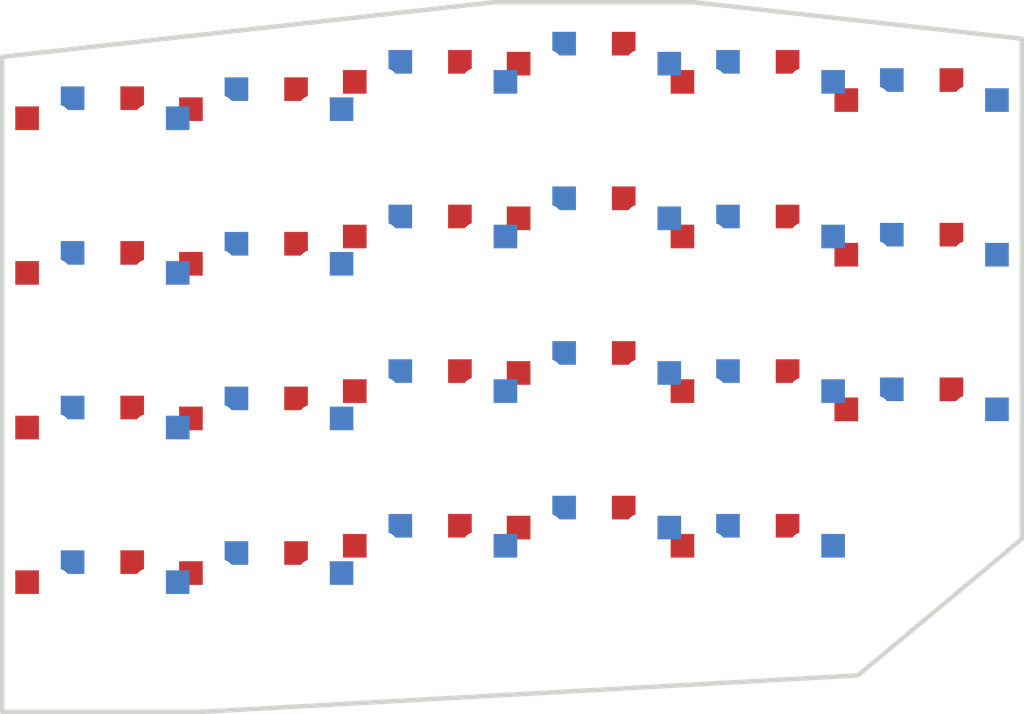
<source format=kicad_pcb>
(kicad_pcb (version 20211014) (generator pcbnew)
  (title_block (comment 1 "Generated with <keyboard-generator>!"))
  (layers (0 "F.Cu" signal) (31 "B.Cu" signal) (34 "B.Paste" user) (35 "F.Paste" user) (36 "B.SilkS" user "B.Silkscreen") (37 "F.SilkS" user "F.Silkscreen") (38 "B.Mask" user) (39 "F.Mask" user) (44 "Edge.Cuts" user))
  (net 0 "")
  (net 1 "column_net")
  (net 2 "GND")
  (footprint "PG1350" (layer "F.Cu") (at 18 22)
    (pad "" np_thru_hole circle locked (at 0 0) (size 3.429 3.429) (drill 3.429) (layers *.Cu *.Mask))
    (pad "" np_thru_hole circle locked (at 0 -5.95) (size 3 3) (drill 3) (layers *.Cu *.Mask))
    (pad "" np_thru_hole circle locked (at -5 -3.75) (size 3 3) (drill 3) (layers *.Cu *.Mask))
    (pad "" np_thru_hole circle locked (at 5.5 0) (size 1.7018 1.7018) (drill 1.7018) (layers *.Cu *.Mask))
    (pad "" np_thru_hole circle locked (at -5.5 0) (size 1.7018 1.7018) (drill 1.7018) (layers *.Cu *.Mask))
    (pad "" np_thru_hole circle locked (at 5 -3.75) (size 3 3) (drill 3) (layers *.Cu *.Mask))
    (pad "" np_thru_hole circle locked (at 0 -5.95) (size 3 3) (drill 3) (layers *.Cu *.Mask))
    (pad "1" smd rect locked (at -3.275 -5.95) (size 2.6 2.6) (layers "B.Cu" "B.Paste" "B.Mask") (net 1 "column_net"))
    (pad "1" smd rect locked (at 3.275 -5.95) (size 2.6 2.6) (layers "F.Cu" "F.Paste" "F.Mask") (net 1 "column_net"))
    (pad "2" smd rect locked (at -8.275 -3.75) (size 2.6 2.6) (layers "F.Cu" "F.Paste" "F.Mask") (net 2 "GND"))
    (pad "2" smd rect locked (at 8.275 -3.75) (size 2.6 2.6) (layers "B.Cu" "B.Paste" "B.Mask") (net 2 "GND"))
  )
  (footprint "PG1350" (layer "F.Cu") (at 18 39)
    (pad "" np_thru_hole circle locked (at 0 0) (size 3.429 3.429) (drill 3.429) (layers *.Cu *.Mask))
    (pad "" np_thru_hole circle locked (at 0 -5.95) (size 3 3) (drill 3) (layers *.Cu *.Mask))
    (pad "" np_thru_hole circle locked (at -5 -3.75) (size 3 3) (drill 3) (layers *.Cu *.Mask))
    (pad "" np_thru_hole circle locked (at 5.5 0) (size 1.7018 1.7018) (drill 1.7018) (layers *.Cu *.Mask))
    (pad "" np_thru_hole circle locked (at -5.5 0) (size 1.7018 1.7018) (drill 1.7018) (layers *.Cu *.Mask))
    (pad "" np_thru_hole circle locked (at 5 -3.75) (size 3 3) (drill 3) (layers *.Cu *.Mask))
    (pad "" np_thru_hole circle locked (at 0 -5.95) (size 3 3) (drill 3) (layers *.Cu *.Mask))
    (pad "1" smd rect locked (at -3.275 -5.95) (size 2.6 2.6) (layers "B.Cu" "B.Paste" "B.Mask") (net 1 "column_net"))
    (pad "1" smd rect locked (at 3.275 -5.95) (size 2.6 2.6) (layers "F.Cu" "F.Paste" "F.Mask") (net 1 "column_net"))
    (pad "2" smd rect locked (at -8.275 -3.75) (size 2.6 2.6) (layers "F.Cu" "F.Paste" "F.Mask") (net 2 "GND"))
    (pad "2" smd rect locked (at 8.275 -3.75) (size 2.6 2.6) (layers "B.Cu" "B.Paste" "B.Mask") (net 2 "GND"))
  )
  (footprint "PG1350" (layer "F.Cu") (at 18 56)
    (pad "" np_thru_hole circle locked (at 0 0) (size 3.429 3.429) (drill 3.429) (layers *.Cu *.Mask))
    (pad "" np_thru_hole circle locked (at 0 -5.95) (size 3 3) (drill 3) (layers *.Cu *.Mask))
    (pad "" np_thru_hole circle locked (at -5 -3.75) (size 3 3) (drill 3) (layers *.Cu *.Mask))
    (pad "" np_thru_hole circle locked (at 5.5 0) (size 1.7018 1.7018) (drill 1.7018) (layers *.Cu *.Mask))
    (pad "" np_thru_hole circle locked (at -5.5 0) (size 1.7018 1.7018) (drill 1.7018) (layers *.Cu *.Mask))
    (pad "" np_thru_hole circle locked (at 5 -3.75) (size 3 3) (drill 3) (layers *.Cu *.Mask))
    (pad "" np_thru_hole circle locked (at 0 -5.95) (size 3 3) (drill 3) (layers *.Cu *.Mask))
    (pad "1" smd rect locked (at -3.275 -5.95) (size 2.6 2.6) (layers "B.Cu" "B.Paste" "B.Mask") (net 1 "column_net"))
    (pad "1" smd rect locked (at 3.275 -5.95) (size 2.6 2.6) (layers "F.Cu" "F.Paste" "F.Mask") (net 1 "column_net"))
    (pad "2" smd rect locked (at -8.275 -3.75) (size 2.6 2.6) (layers "F.Cu" "F.Paste" "F.Mask") (net 2 "GND"))
    (pad "2" smd rect locked (at 8.275 -3.75) (size 2.6 2.6) (layers "B.Cu" "B.Paste" "B.Mask") (net 2 "GND"))
  )
  (footprint "PG1350" (layer "F.Cu") (at 18 73)
    (pad "" np_thru_hole circle locked (at 0 0) (size 3.429 3.429) (drill 3.429) (layers *.Cu *.Mask))
    (pad "" np_thru_hole circle locked (at 0 -5.95) (size 3 3) (drill 3) (layers *.Cu *.Mask))
    (pad "" np_thru_hole circle locked (at -5 -3.75) (size 3 3) (drill 3) (layers *.Cu *.Mask))
    (pad "" np_thru_hole circle locked (at 5.5 0) (size 1.7018 1.7018) (drill 1.7018) (layers *.Cu *.Mask))
    (pad "" np_thru_hole circle locked (at -5.5 0) (size 1.7018 1.7018) (drill 1.7018) (layers *.Cu *.Mask))
    (pad "" np_thru_hole circle locked (at 5 -3.75) (size 3 3) (drill 3) (layers *.Cu *.Mask))
    (pad "" np_thru_hole circle locked (at 0 -5.95) (size 3 3) (drill 3) (layers *.Cu *.Mask))
    (pad "1" smd rect locked (at -3.275 -5.95) (size 2.6 2.6) (layers "B.Cu" "B.Paste" "B.Mask") (net 1 "column_net"))
    (pad "1" smd rect locked (at 3.275 -5.95) (size 2.6 2.6) (layers "F.Cu" "F.Paste" "F.Mask") (net 1 "column_net"))
    (pad "2" smd rect locked (at -8.275 -3.75) (size 2.6 2.6) (layers "F.Cu" "F.Paste" "F.Mask") (net 2 "GND"))
    (pad "2" smd rect locked (at 8.275 -3.75) (size 2.6 2.6) (layers "B.Cu" "B.Paste" "B.Mask") (net 2 "GND"))
  )
  (footprint "PG1350" (layer "F.Cu") (at 36 21)
    (pad "" np_thru_hole circle locked (at 0 0) (size 3.429 3.429) (drill 3.429) (layers *.Cu *.Mask))
    (pad "" np_thru_hole circle locked (at 0 -5.95) (size 3 3) (drill 3) (layers *.Cu *.Mask))
    (pad "" np_thru_hole circle locked (at -5 -3.75) (size 3 3) (drill 3) (layers *.Cu *.Mask))
    (pad "" np_thru_hole circle locked (at 5.5 0) (size 1.7018 1.7018) (drill 1.7018) (layers *.Cu *.Mask))
    (pad "" np_thru_hole circle locked (at -5.5 0) (size 1.7018 1.7018) (drill 1.7018) (layers *.Cu *.Mask))
    (pad "" np_thru_hole circle locked (at 5 -3.75) (size 3 3) (drill 3) (layers *.Cu *.Mask))
    (pad "" np_thru_hole circle locked (at 0 -5.95) (size 3 3) (drill 3) (layers *.Cu *.Mask))
    (pad "1" smd rect locked (at -3.275 -5.95) (size 2.6 2.6) (layers "B.Cu" "B.Paste" "B.Mask") (net 1 "column_net"))
    (pad "1" smd rect locked (at 3.275 -5.95) (size 2.6 2.6) (layers "F.Cu" "F.Paste" "F.Mask") (net 1 "column_net"))
    (pad "2" smd rect locked (at -8.275 -3.75) (size 2.6 2.6) (layers "F.Cu" "F.Paste" "F.Mask") (net 2 "GND"))
    (pad "2" smd rect locked (at 8.275 -3.75) (size 2.6 2.6) (layers "B.Cu" "B.Paste" "B.Mask") (net 2 "GND"))
  )
  (footprint "PG1350" (layer "F.Cu") (at 36 38)
    (pad "" np_thru_hole circle locked (at 0 0) (size 3.429 3.429) (drill 3.429) (layers *.Cu *.Mask))
    (pad "" np_thru_hole circle locked (at 0 -5.95) (size 3 3) (drill 3) (layers *.Cu *.Mask))
    (pad "" np_thru_hole circle locked (at -5 -3.75) (size 3 3) (drill 3) (layers *.Cu *.Mask))
    (pad "" np_thru_hole circle locked (at 5.5 0) (size 1.7018 1.7018) (drill 1.7018) (layers *.Cu *.Mask))
    (pad "" np_thru_hole circle locked (at -5.5 0) (size 1.7018 1.7018) (drill 1.7018) (layers *.Cu *.Mask))
    (pad "" np_thru_hole circle locked (at 5 -3.75) (size 3 3) (drill 3) (layers *.Cu *.Mask))
    (pad "" np_thru_hole circle locked (at 0 -5.95) (size 3 3) (drill 3) (layers *.Cu *.Mask))
    (pad "1" smd rect locked (at -3.275 -5.95) (size 2.6 2.6) (layers "B.Cu" "B.Paste" "B.Mask") (net 1 "column_net"))
    (pad "1" smd rect locked (at 3.275 -5.95) (size 2.6 2.6) (layers "F.Cu" "F.Paste" "F.Mask") (net 1 "column_net"))
    (pad "2" smd rect locked (at -8.275 -3.75) (size 2.6 2.6) (layers "F.Cu" "F.Paste" "F.Mask") (net 2 "GND"))
    (pad "2" smd rect locked (at 8.275 -3.75) (size 2.6 2.6) (layers "B.Cu" "B.Paste" "B.Mask") (net 2 "GND"))
  )
  (footprint "PG1350" (layer "F.Cu") (at 36 55)
    (pad "" np_thru_hole circle locked (at 0 0) (size 3.429 3.429) (drill 3.429) (layers *.Cu *.Mask))
    (pad "" np_thru_hole circle locked (at 0 -5.95) (size 3 3) (drill 3) (layers *.Cu *.Mask))
    (pad "" np_thru_hole circle locked (at -5 -3.75) (size 3 3) (drill 3) (layers *.Cu *.Mask))
    (pad "" np_thru_hole circle locked (at 5.5 0) (size 1.7018 1.7018) (drill 1.7018) (layers *.Cu *.Mask))
    (pad "" np_thru_hole circle locked (at -5.5 0) (size 1.7018 1.7018) (drill 1.7018) (layers *.Cu *.Mask))
    (pad "" np_thru_hole circle locked (at 5 -3.75) (size 3 3) (drill 3) (layers *.Cu *.Mask))
    (pad "" np_thru_hole circle locked (at 0 -5.95) (size 3 3) (drill 3) (layers *.Cu *.Mask))
    (pad "1" smd rect locked (at -3.275 -5.95) (size 2.6 2.6) (layers "B.Cu" "B.Paste" "B.Mask") (net 1 "column_net"))
    (pad "1" smd rect locked (at 3.275 -5.95) (size 2.6 2.6) (layers "F.Cu" "F.Paste" "F.Mask") (net 1 "column_net"))
    (pad "2" smd rect locked (at -8.275 -3.75) (size 2.6 2.6) (layers "F.Cu" "F.Paste" "F.Mask") (net 2 "GND"))
    (pad "2" smd rect locked (at 8.275 -3.75) (size 2.6 2.6) (layers "B.Cu" "B.Paste" "B.Mask") (net 2 "GND"))
  )
  (footprint "PG1350" (layer "F.Cu") (at 36 72)
    (pad "" np_thru_hole circle locked (at 0 0) (size 3.429 3.429) (drill 3.429) (layers *.Cu *.Mask))
    (pad "" np_thru_hole circle locked (at 0 -5.95) (size 3 3) (drill 3) (layers *.Cu *.Mask))
    (pad "" np_thru_hole circle locked (at -5 -3.75) (size 3 3) (drill 3) (layers *.Cu *.Mask))
    (pad "" np_thru_hole circle locked (at 5.5 0) (size 1.7018 1.7018) (drill 1.7018) (layers *.Cu *.Mask))
    (pad "" np_thru_hole circle locked (at -5.5 0) (size 1.7018 1.7018) (drill 1.7018) (layers *.Cu *.Mask))
    (pad "" np_thru_hole circle locked (at 5 -3.75) (size 3 3) (drill 3) (layers *.Cu *.Mask))
    (pad "" np_thru_hole circle locked (at 0 -5.95) (size 3 3) (drill 3) (layers *.Cu *.Mask))
    (pad "1" smd rect locked (at -3.275 -5.95) (size 2.6 2.6) (layers "B.Cu" "B.Paste" "B.Mask") (net 1 "column_net"))
    (pad "1" smd rect locked (at 3.275 -5.95) (size 2.6 2.6) (layers "F.Cu" "F.Paste" "F.Mask") (net 1 "column_net"))
    (pad "2" smd rect locked (at -8.275 -3.75) (size 2.6 2.6) (layers "F.Cu" "F.Paste" "F.Mask") (net 2 "GND"))
    (pad "2" smd rect locked (at 8.275 -3.75) (size 2.6 2.6) (layers "B.Cu" "B.Paste" "B.Mask") (net 2 "GND"))
  )
  (footprint "PG1350" (layer "F.Cu") (at 54 18)
    (pad "" np_thru_hole circle locked (at 0 0) (size 3.429 3.429) (drill 3.429) (layers *.Cu *.Mask))
    (pad "" np_thru_hole circle locked (at 0 -5.95) (size 3 3) (drill 3) (layers *.Cu *.Mask))
    (pad "" np_thru_hole circle locked (at -5 -3.75) (size 3 3) (drill 3) (layers *.Cu *.Mask))
    (pad "" np_thru_hole circle locked (at 5.5 0) (size 1.7018 1.7018) (drill 1.7018) (layers *.Cu *.Mask))
    (pad "" np_thru_hole circle locked (at -5.5 0) (size 1.7018 1.7018) (drill 1.7018) (layers *.Cu *.Mask))
    (pad "" np_thru_hole circle locked (at 5 -3.75) (size 3 3) (drill 3) (layers *.Cu *.Mask))
    (pad "" np_thru_hole circle locked (at 0 -5.95) (size 3 3) (drill 3) (layers *.Cu *.Mask))
    (pad "1" smd rect locked (at -3.275 -5.95) (size 2.6 2.6) (layers "B.Cu" "B.Paste" "B.Mask") (net 1 "column_net"))
    (pad "1" smd rect locked (at 3.275 -5.95) (size 2.6 2.6) (layers "F.Cu" "F.Paste" "F.Mask") (net 1 "column_net"))
    (pad "2" smd rect locked (at -8.275 -3.75) (size 2.6 2.6) (layers "F.Cu" "F.Paste" "F.Mask") (net 2 "GND"))
    (pad "2" smd rect locked (at 8.275 -3.75) (size 2.6 2.6) (layers "B.Cu" "B.Paste" "B.Mask") (net 2 "GND"))
  )
  (footprint "PG1350" (layer "F.Cu") (at 54 35)
    (pad "" np_thru_hole circle locked (at 0 0) (size 3.429 3.429) (drill 3.429) (layers *.Cu *.Mask))
    (pad "" np_thru_hole circle locked (at 0 -5.95) (size 3 3) (drill 3) (layers *.Cu *.Mask))
    (pad "" np_thru_hole circle locked (at -5 -3.75) (size 3 3) (drill 3) (layers *.Cu *.Mask))
    (pad "" np_thru_hole circle locked (at 5.5 0) (size 1.7018 1.7018) (drill 1.7018) (layers *.Cu *.Mask))
    (pad "" np_thru_hole circle locked (at -5.5 0) (size 1.7018 1.7018) (drill 1.7018) (layers *.Cu *.Mask))
    (pad "" np_thru_hole circle locked (at 5 -3.75) (size 3 3) (drill 3) (layers *.Cu *.Mask))
    (pad "" np_thru_hole circle locked (at 0 -5.95) (size 3 3) (drill 3) (layers *.Cu *.Mask))
    (pad "1" smd rect locked (at -3.275 -5.95) (size 2.6 2.6) (layers "B.Cu" "B.Paste" "B.Mask") (net 1 "column_net"))
    (pad "1" smd rect locked (at 3.275 -5.95) (size 2.6 2.6) (layers "F.Cu" "F.Paste" "F.Mask") (net 1 "column_net"))
    (pad "2" smd rect locked (at -8.275 -3.75) (size 2.6 2.6) (layers "F.Cu" "F.Paste" "F.Mask") (net 2 "GND"))
    (pad "2" smd rect locked (at 8.275 -3.75) (size 2.6 2.6) (layers "B.Cu" "B.Paste" "B.Mask") (net 2 "GND"))
  )
  (footprint "PG1350" (layer "F.Cu") (at 54 52)
    (pad "" np_thru_hole circle locked (at 0 0) (size 3.429 3.429) (drill 3.429) (layers *.Cu *.Mask))
    (pad "" np_thru_hole circle locked (at 0 -5.95) (size 3 3) (drill 3) (layers *.Cu *.Mask))
    (pad "" np_thru_hole circle locked (at -5 -3.75) (size 3 3) (drill 3) (layers *.Cu *.Mask))
    (pad "" np_thru_hole circle locked (at 5.5 0) (size 1.7018 1.7018) (drill 1.7018) (layers *.Cu *.Mask))
    (pad "" np_thru_hole circle locked (at -5.5 0) (size 1.7018 1.7018) (drill 1.7018) (layers *.Cu *.Mask))
    (pad "" np_thru_hole circle locked (at 5 -3.75) (size 3 3) (drill 3) (layers *.Cu *.Mask))
    (pad "" np_thru_hole circle locked (at 0 -5.95) (size 3 3) (drill 3) (layers *.Cu *.Mask))
    (pad "1" smd rect locked (at -3.275 -5.95) (size 2.6 2.6) (layers "B.Cu" "B.Paste" "B.Mask") (net 1 "column_net"))
    (pad "1" smd rect locked (at 3.275 -5.95) (size 2.6 2.6) (layers "F.Cu" "F.Paste" "F.Mask") (net 1 "column_net"))
    (pad "2" smd rect locked (at -8.275 -3.75) (size 2.6 2.6) (layers "F.Cu" "F.Paste" "F.Mask") (net 2 "GND"))
    (pad "2" smd rect locked (at 8.275 -3.75) (size 2.6 2.6) (layers "B.Cu" "B.Paste" "B.Mask") (net 2 "GND"))
  )
  (footprint "PG1350" (layer "F.Cu") (at 54 69)
    (pad "" np_thru_hole circle locked (at 0 0) (size 3.429 3.429) (drill 3.429) (layers *.Cu *.Mask))
    (pad "" np_thru_hole circle locked (at 0 -5.95) (size 3 3) (drill 3) (layers *.Cu *.Mask))
    (pad "" np_thru_hole circle locked (at -5 -3.75) (size 3 3) (drill 3) (layers *.Cu *.Mask))
    (pad "" np_thru_hole circle locked (at 5.5 0) (size 1.7018 1.7018) (drill 1.7018) (layers *.Cu *.Mask))
    (pad "" np_thru_hole circle locked (at -5.5 0) (size 1.7018 1.7018) (drill 1.7018) (layers *.Cu *.Mask))
    (pad "" np_thru_hole circle locked (at 5 -3.75) (size 3 3) (drill 3) (layers *.Cu *.Mask))
    (pad "" np_thru_hole circle locked (at 0 -5.95) (size 3 3) (drill 3) (layers *.Cu *.Mask))
    (pad "1" smd rect locked (at -3.275 -5.95) (size 2.6 2.6) (layers "B.Cu" "B.Paste" "B.Mask") (net 1 "column_net"))
    (pad "1" smd rect locked (at 3.275 -5.95) (size 2.6 2.6) (layers "F.Cu" "F.Paste" "F.Mask") (net 1 "column_net"))
    (pad "2" smd rect locked (at -8.275 -3.75) (size 2.6 2.6) (layers "F.Cu" "F.Paste" "F.Mask") (net 2 "GND"))
    (pad "2" smd rect locked (at 8.275 -3.75) (size 2.6 2.6) (layers "B.Cu" "B.Paste" "B.Mask") (net 2 "GND"))
  )
  (footprint "PG1350" (layer "F.Cu") (at 72 16)
    (pad "" np_thru_hole circle locked (at 0 0) (size 3.429 3.429) (drill 3.429) (layers *.Cu *.Mask))
    (pad "" np_thru_hole circle locked (at 0 -5.95) (size 3 3) (drill 3) (layers *.Cu *.Mask))
    (pad "" np_thru_hole circle locked (at -5 -3.75) (size 3 3) (drill 3) (layers *.Cu *.Mask))
    (pad "" np_thru_hole circle locked (at 5.5 0) (size 1.7018 1.7018) (drill 1.7018) (layers *.Cu *.Mask))
    (pad "" np_thru_hole circle locked (at -5.5 0) (size 1.7018 1.7018) (drill 1.7018) (layers *.Cu *.Mask))
    (pad "" np_thru_hole circle locked (at 5 -3.75) (size 3 3) (drill 3) (layers *.Cu *.Mask))
    (pad "" np_thru_hole circle locked (at 0 -5.95) (size 3 3) (drill 3) (layers *.Cu *.Mask))
    (pad "1" smd rect locked (at -3.275 -5.95) (size 2.6 2.6) (layers "B.Cu" "B.Paste" "B.Mask") (net 1 "column_net"))
    (pad "1" smd rect locked (at 3.275 -5.95) (size 2.6 2.6) (layers "F.Cu" "F.Paste" "F.Mask") (net 1 "column_net"))
    (pad "2" smd rect locked (at -8.275 -3.75) (size 2.6 2.6) (layers "F.Cu" "F.Paste" "F.Mask") (net 2 "GND"))
    (pad "2" smd rect locked (at 8.275 -3.75) (size 2.6 2.6) (layers "B.Cu" "B.Paste" "B.Mask") (net 2 "GND"))
  )
  (footprint "PG1350" (layer "F.Cu") (at 72 33)
    (pad "" np_thru_hole circle locked (at 0 0) (size 3.429 3.429) (drill 3.429) (layers *.Cu *.Mask))
    (pad "" np_thru_hole circle locked (at 0 -5.95) (size 3 3) (drill 3) (layers *.Cu *.Mask))
    (pad "" np_thru_hole circle locked (at -5 -3.75) (size 3 3) (drill 3) (layers *.Cu *.Mask))
    (pad "" np_thru_hole circle locked (at 5.5 0) (size 1.7018 1.7018) (drill 1.7018) (layers *.Cu *.Mask))
    (pad "" np_thru_hole circle locked (at -5.5 0) (size 1.7018 1.7018) (drill 1.7018) (layers *.Cu *.Mask))
    (pad "" np_thru_hole circle locked (at 5 -3.75) (size 3 3) (drill 3) (layers *.Cu *.Mask))
    (pad "" np_thru_hole circle locked (at 0 -5.95) (size 3 3) (drill 3) (layers *.Cu *.Mask))
    (pad "1" smd rect locked (at -3.275 -5.95) (size 2.6 2.6) (layers "B.Cu" "B.Paste" "B.Mask") (net 1 "column_net"))
    (pad "1" smd rect locked (at 3.275 -5.95) (size 2.6 2.6) (layers "F.Cu" "F.Paste" "F.Mask") (net 1 "column_net"))
    (pad "2" smd rect locked (at -8.275 -3.75) (size 2.6 2.6) (layers "F.Cu" "F.Paste" "F.Mask") (net 2 "GND"))
    (pad "2" smd rect locked (at 8.275 -3.75) (size 2.6 2.6) (layers "B.Cu" "B.Paste" "B.Mask") (net 2 "GND"))
  )
  (footprint "PG1350" (layer "F.Cu") (at 72 50)
    (pad "" np_thru_hole circle locked (at 0 0) (size 3.429 3.429) (drill 3.429) (layers *.Cu *.Mask))
    (pad "" np_thru_hole circle locked (at 0 -5.95) (size 3 3) (drill 3) (layers *.Cu *.Mask))
    (pad "" np_thru_hole circle locked (at -5 -3.75) (size 3 3) (drill 3) (layers *.Cu *.Mask))
    (pad "" np_thru_hole circle locked (at 5.5 0) (size 1.7018 1.7018) (drill 1.7018) (layers *.Cu *.Mask))
    (pad "" np_thru_hole circle locked (at -5.5 0) (size 1.7018 1.7018) (drill 1.7018) (layers *.Cu *.Mask))
    (pad "" np_thru_hole circle locked (at 5 -3.75) (size 3 3) (drill 3) (layers *.Cu *.Mask))
    (pad "" np_thru_hole circle locked (at 0 -5.95) (size 3 3) (drill 3) (layers *.Cu *.Mask))
    (pad "1" smd rect locked (at -3.275 -5.95) (size 2.6 2.6) (layers "B.Cu" "B.Paste" "B.Mask") (net 1 "column_net"))
    (pad "1" smd rect locked (at 3.275 -5.95) (size 2.6 2.6) (layers "F.Cu" "F.Paste" "F.Mask") (net 1 "column_net"))
    (pad "2" smd rect locked (at -8.275 -3.75) (size 2.6 2.6) (layers "F.Cu" "F.Paste" "F.Mask") (net 2 "GND"))
    (pad "2" smd rect locked (at 8.275 -3.75) (size 2.6 2.6) (layers "B.Cu" "B.Paste" "B.Mask") (net 2 "GND"))
  )
  (footprint "PG1350" (layer "F.Cu") (at 72 67)
    (pad "" np_thru_hole circle locked (at 0 0) (size 3.429 3.429) (drill 3.429) (layers *.Cu *.Mask))
    (pad "" np_thru_hole circle locked (at 0 -5.95) (size 3 3) (drill 3) (layers *.Cu *.Mask))
    (pad "" np_thru_hole circle locked (at -5 -3.75) (size 3 3) (drill 3) (layers *.Cu *.Mask))
    (pad "" np_thru_hole circle locked (at 5.5 0) (size 1.7018 1.7018) (drill 1.7018) (layers *.Cu *.Mask))
    (pad "" np_thru_hole circle locked (at -5.5 0) (size 1.7018 1.7018) (drill 1.7018) (layers *.Cu *.Mask))
    (pad "" np_thru_hole circle locked (at 5 -3.75) (size 3 3) (drill 3) (layers *.Cu *.Mask))
    (pad "" np_thru_hole circle locked (at 0 -5.95) (size 3 3) (drill 3) (layers *.Cu *.Mask))
    (pad "1" smd rect locked (at -3.275 -5.95) (size 2.6 2.6) (layers "B.Cu" "B.Paste" "B.Mask") (net 1 "column_net"))
    (pad "1" smd rect locked (at 3.275 -5.95) (size 2.6 2.6) (layers "F.Cu" "F.Paste" "F.Mask") (net 1 "column_net"))
    (pad "2" smd rect locked (at -8.275 -3.75) (size 2.6 2.6) (layers "F.Cu" "F.Paste" "F.Mask") (net 2 "GND"))
    (pad "2" smd rect locked (at 8.275 -3.75) (size 2.6 2.6) (layers "B.Cu" "B.Paste" "B.Mask") (net 2 "GND"))
  )
  (footprint "PG1350" (layer "F.Cu") (at 90 18)
    (pad "" np_thru_hole circle locked (at 0 0) (size 3.429 3.429) (drill 3.429) (layers *.Cu *.Mask))
    (pad "" np_thru_hole circle locked (at 0 -5.95) (size 3 3) (drill 3) (layers *.Cu *.Mask))
    (pad "" np_thru_hole circle locked (at -5 -3.75) (size 3 3) (drill 3) (layers *.Cu *.Mask))
    (pad "" np_thru_hole circle locked (at 5.5 0) (size 1.7018 1.7018) (drill 1.7018) (layers *.Cu *.Mask))
    (pad "" np_thru_hole circle locked (at -5.5 0) (size 1.7018 1.7018) (drill 1.7018) (layers *.Cu *.Mask))
    (pad "" np_thru_hole circle locked (at 5 -3.75) (size 3 3) (drill 3) (layers *.Cu *.Mask))
    (pad "" np_thru_hole circle locked (at 0 -5.95) (size 3 3) (drill 3) (layers *.Cu *.Mask))
    (pad "1" smd rect locked (at -3.275 -5.95) (size 2.6 2.6) (layers "B.Cu" "B.Paste" "B.Mask") (net 1 "column_net"))
    (pad "1" smd rect locked (at 3.275 -5.95) (size 2.6 2.6) (layers "F.Cu" "F.Paste" "F.Mask") (net 1 "column_net"))
    (pad "2" smd rect locked (at -8.275 -3.75) (size 2.6 2.6) (layers "F.Cu" "F.Paste" "F.Mask") (net 2 "GND"))
    (pad "2" smd rect locked (at 8.275 -3.75) (size 2.6 2.6) (layers "B.Cu" "B.Paste" "B.Mask") (net 2 "GND"))
  )
  (footprint "PG1350" (layer "F.Cu") (at 90 35)
    (pad "" np_thru_hole circle locked (at 0 0) (size 3.429 3.429) (drill 3.429) (layers *.Cu *.Mask))
    (pad "" np_thru_hole circle locked (at 0 -5.95) (size 3 3) (drill 3) (layers *.Cu *.Mask))
    (pad "" np_thru_hole circle locked (at -5 -3.75) (size 3 3) (drill 3) (layers *.Cu *.Mask))
    (pad "" np_thru_hole circle locked (at 5.5 0) (size 1.7018 1.7018) (drill 1.7018) (layers *.Cu *.Mask))
    (pad "" np_thru_hole circle locked (at -5.5 0) (size 1.7018 1.7018) (drill 1.7018) (layers *.Cu *.Mask))
    (pad "" np_thru_hole circle locked (at 5 -3.75) (size 3 3) (drill 3) (layers *.Cu *.Mask))
    (pad "" np_thru_hole circle locked (at 0 -5.95) (size 3 3) (drill 3) (layers *.Cu *.Mask))
    (pad "1" smd rect locked (at -3.275 -5.95) (size 2.6 2.6) (layers "B.Cu" "B.Paste" "B.Mask") (net 1 "column_net"))
    (pad "1" smd rect locked (at 3.275 -5.95) (size 2.6 2.6) (layers "F.Cu" "F.Paste" "F.Mask") (net 1 "column_net"))
    (pad "2" smd rect locked (at -8.275 -3.75) (size 2.6 2.6) (layers "F.Cu" "F.Paste" "F.Mask") (net 2 "GND"))
    (pad "2" smd rect locked (at 8.275 -3.75) (size 2.6 2.6) (layers "B.Cu" "B.Paste" "B.Mask") (net 2 "GND"))
  )
  (footprint "PG1350" (layer "F.Cu") (at 90 52)
    (pad "" np_thru_hole circle locked (at 0 0) (size 3.429 3.429) (drill 3.429) (layers *.Cu *.Mask))
    (pad "" np_thru_hole circle locked (at 0 -5.95) (size 3 3) (drill 3) (layers *.Cu *.Mask))
    (pad "" np_thru_hole circle locked (at -5 -3.75) (size 3 3) (drill 3) (layers *.Cu *.Mask))
    (pad "" np_thru_hole circle locked (at 5.5 0) (size 1.7018 1.7018) (drill 1.7018) (layers *.Cu *.Mask))
    (pad "" np_thru_hole circle locked (at -5.5 0) (size 1.7018 1.7018) (drill 1.7018) (layers *.Cu *.Mask))
    (pad "" np_thru_hole circle locked (at 5 -3.75) (size 3 3) (drill 3) (layers *.Cu *.Mask))
    (pad "" np_thru_hole circle locked (at 0 -5.95) (size 3 3) (drill 3) (layers *.Cu *.Mask))
    (pad "1" smd rect locked (at -3.275 -5.95) (size 2.6 2.6) (layers "B.Cu" "B.Paste" "B.Mask") (net 1 "column_net"))
    (pad "1" smd rect locked (at 3.275 -5.95) (size 2.6 2.6) (layers "F.Cu" "F.Paste" "F.Mask") (net 1 "column_net"))
    (pad "2" smd rect locked (at -8.275 -3.75) (size 2.6 2.6) (layers "F.Cu" "F.Paste" "F.Mask") (net 2 "GND"))
    (pad "2" smd rect locked (at 8.275 -3.75) (size 2.6 2.6) (layers "B.Cu" "B.Paste" "B.Mask") (net 2 "GND"))
  )
  (footprint "PG1350" (layer "F.Cu") (at 90 69)
    (pad "" np_thru_hole circle locked (at 0 0) (size 3.429 3.429) (drill 3.429) (layers *.Cu *.Mask))
    (pad "" np_thru_hole circle locked (at 0 -5.95) (size 3 3) (drill 3) (layers *.Cu *.Mask))
    (pad "" np_thru_hole circle locked (at -5 -3.75) (size 3 3) (drill 3) (layers *.Cu *.Mask))
    (pad "" np_thru_hole circle locked (at 5.5 0) (size 1.7018 1.7018) (drill 1.7018) (layers *.Cu *.Mask))
    (pad "" np_thru_hole circle locked (at -5.5 0) (size 1.7018 1.7018) (drill 1.7018) (layers *.Cu *.Mask))
    (pad "" np_thru_hole circle locked (at 5 -3.75) (size 3 3) (drill 3) (layers *.Cu *.Mask))
    (pad "" np_thru_hole circle locked (at 0 -5.95) (size 3 3) (drill 3) (layers *.Cu *.Mask))
    (pad "1" smd rect locked (at -3.275 -5.95) (size 2.6 2.6) (layers "B.Cu" "B.Paste" "B.Mask") (net 1 "column_net"))
    (pad "1" smd rect locked (at 3.275 -5.95) (size 2.6 2.6) (layers "F.Cu" "F.Paste" "F.Mask") (net 1 "column_net"))
    (pad "2" smd rect locked (at -8.275 -3.75) (size 2.6 2.6) (layers "F.Cu" "F.Paste" "F.Mask") (net 2 "GND"))
    (pad "2" smd rect locked (at 8.275 -3.75) (size 2.6 2.6) (layers "B.Cu" "B.Paste" "B.Mask") (net 2 "GND"))
  )
  (footprint "PG1350" (layer "F.Cu") (at 108 20)
    (pad "" np_thru_hole circle locked (at 0 0) (size 3.429 3.429) (drill 3.429) (layers *.Cu *.Mask))
    (pad "" np_thru_hole circle locked (at 0 -5.95) (size 3 3) (drill 3) (layers *.Cu *.Mask))
    (pad "" np_thru_hole circle locked (at -5 -3.75) (size 3 3) (drill 3) (layers *.Cu *.Mask))
    (pad "" np_thru_hole circle locked (at 5.5 0) (size 1.7018 1.7018) (drill 1.7018) (layers *.Cu *.Mask))
    (pad "" np_thru_hole circle locked (at -5.5 0) (size 1.7018 1.7018) (drill 1.7018) (layers *.Cu *.Mask))
    (pad "" np_thru_hole circle locked (at 5 -3.75) (size 3 3) (drill 3) (layers *.Cu *.Mask))
    (pad "" np_thru_hole circle locked (at 0 -5.95) (size 3 3) (drill 3) (layers *.Cu *.Mask))
    (pad "1" smd rect locked (at -3.275 -5.95) (size 2.6 2.6) (layers "B.Cu" "B.Paste" "B.Mask") (net 1 "column_net"))
    (pad "1" smd rect locked (at 3.275 -5.95) (size 2.6 2.6) (layers "F.Cu" "F.Paste" "F.Mask") (net 1 "column_net"))
    (pad "2" smd rect locked (at -8.275 -3.75) (size 2.6 2.6) (layers "F.Cu" "F.Paste" "F.Mask") (net 2 "GND"))
    (pad "2" smd rect locked (at 8.275 -3.75) (size 2.6 2.6) (layers "B.Cu" "B.Paste" "B.Mask") (net 2 "GND"))
  )
  (footprint "PG1350" (layer "F.Cu") (at 108 37)
    (pad "" np_thru_hole circle locked (at 0 0) (size 3.429 3.429) (drill 3.429) (layers *.Cu *.Mask))
    (pad "" np_thru_hole circle locked (at 0 -5.95) (size 3 3) (drill 3) (layers *.Cu *.Mask))
    (pad "" np_thru_hole circle locked (at -5 -3.75) (size 3 3) (drill 3) (layers *.Cu *.Mask))
    (pad "" np_thru_hole circle locked (at 5.5 0) (size 1.7018 1.7018) (drill 1.7018) (layers *.Cu *.Mask))
    (pad "" np_thru_hole circle locked (at -5.5 0) (size 1.7018 1.7018) (drill 1.7018) (layers *.Cu *.Mask))
    (pad "" np_thru_hole circle locked (at 5 -3.75) (size 3 3) (drill 3) (layers *.Cu *.Mask))
    (pad "" np_thru_hole circle locked (at 0 -5.95) (size 3 3) (drill 3) (layers *.Cu *.Mask))
    (pad "1" smd rect locked (at -3.275 -5.95) (size 2.6 2.6) (layers "B.Cu" "B.Paste" "B.Mask") (net 1 "column_net"))
    (pad "1" smd rect locked (at 3.275 -5.95) (size 2.6 2.6) (layers "F.Cu" "F.Paste" "F.Mask") (net 1 "column_net"))
    (pad "2" smd rect locked (at -8.275 -3.75) (size 2.6 2.6) (layers "F.Cu" "F.Paste" "F.Mask") (net 2 "GND"))
    (pad "2" smd rect locked (at 8.275 -3.75) (size 2.6 2.6) (layers "B.Cu" "B.Paste" "B.Mask") (net 2 "GND"))
  )
  (footprint "PG1350" (layer "F.Cu") (at 108 54)
    (pad "" np_thru_hole circle locked (at 0 0) (size 3.429 3.429) (drill 3.429) (layers *.Cu *.Mask))
    (pad "" np_thru_hole circle locked (at 0 -5.95) (size 3 3) (drill 3) (layers *.Cu *.Mask))
    (pad "" np_thru_hole circle locked (at -5 -3.75) (size 3 3) (drill 3) (layers *.Cu *.Mask))
    (pad "" np_thru_hole circle locked (at 5.5 0) (size 1.7018 1.7018) (drill 1.7018) (layers *.Cu *.Mask))
    (pad "" np_thru_hole circle locked (at -5.5 0) (size 1.7018 1.7018) (drill 1.7018) (layers *.Cu *.Mask))
    (pad "" np_thru_hole circle locked (at 5 -3.75) (size 3 3) (drill 3) (layers *.Cu *.Mask))
    (pad "" np_thru_hole circle locked (at 0 -5.95) (size 3 3) (drill 3) (layers *.Cu *.Mask))
    (pad "1" smd rect locked (at -3.275 -5.95) (size 2.6 2.6) (layers "B.Cu" "B.Paste" "B.Mask") (net 1 "column_net"))
    (pad "1" smd rect locked (at 3.275 -5.95) (size 2.6 2.6) (layers "F.Cu" "F.Paste" "F.Mask") (net 1 "column_net"))
    (pad "2" smd rect locked (at -8.275 -3.75) (size 2.6 2.6) (layers "F.Cu" "F.Paste" "F.Mask") (net 2 "GND"))
    (pad "2" smd rect locked (at 8.275 -3.75) (size 2.6 2.6) (layers "B.Cu" "B.Paste" "B.Mask") (net 2 "GND"))
  )
  (gr_line (start 7 11.5) (end 61 5.5) (layer "Edge.Cuts") (width 0.5))
  (gr_line (start 61 5.5) (end 83 5.5) (layer "Edge.Cuts") (width 0.5))
  (gr_line (start 83 5.5) (end 119 9.5) (layer "Edge.Cuts") (width 0.5))
  (gr_line (start 119 9.5) (end 119 64.5) (layer "Edge.Cuts") (width 0.5))
  (gr_line (start 119 64.5) (end 101 79.5) (layer "Edge.Cuts") (width 0.5))
  (gr_line (start 101 79.5) (end 29 83.5) (layer "Edge.Cuts") (width 0.5))
  (gr_line (start 29 83.5) (end 7 83.5) (layer "Edge.Cuts") (width 0.5))
  (gr_line (start 7 83.5) (end 7 11.5) (layer "Edge.Cuts") (width 0.5))
)
</source>
